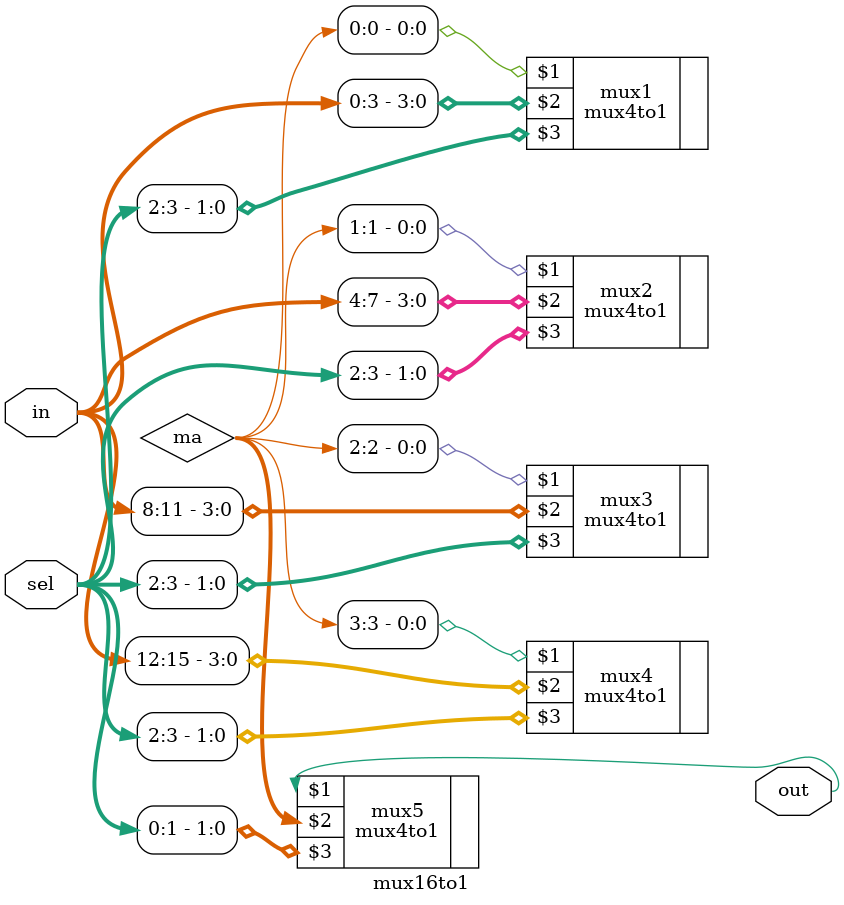
<source format=v>
module mux16to1(out, in, sel);
    input [0:15] in;
    input [0:3] sel;
    output out;
    wire [0:3] ma;

    mux4to1 mux1(ma[0], in[0:3], sel[2:3]);
    mux4to1 mux2(ma[1], in[4:7], sel[2:3]);
    mux4to1 mux3(ma[2], in[8:11], sel[2:3]);
    mux4to1 mux4(ma[3], in[12:15], sel[2:3]);

    mux4to1 mux5(out, ma, sel[0:1]);
endmodule
</source>
